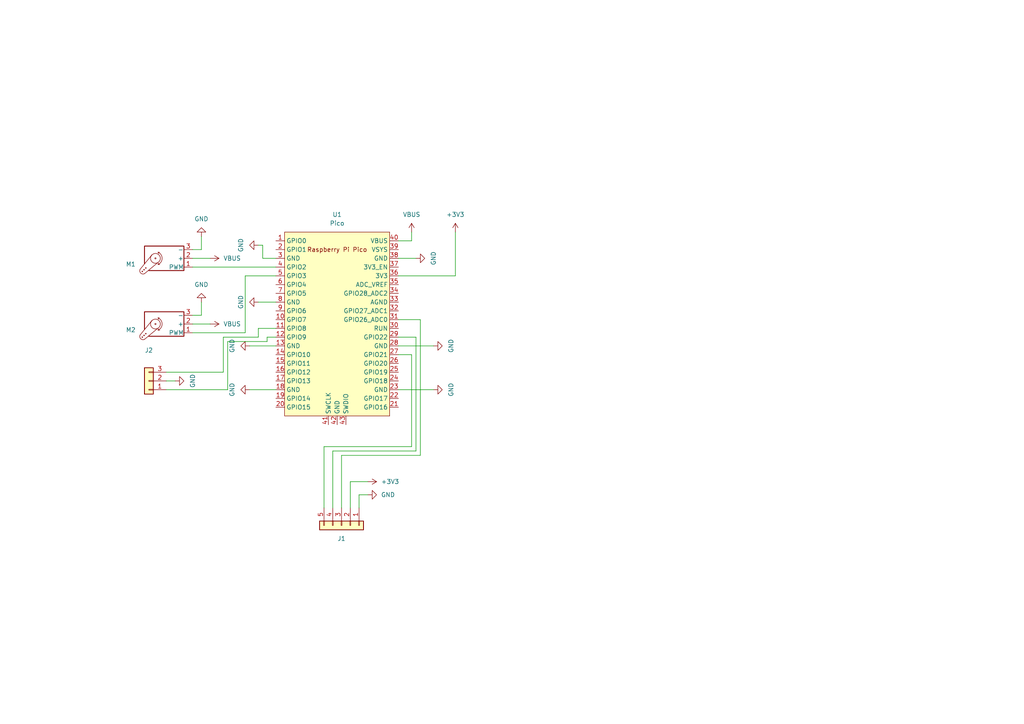
<source format=kicad_sch>
(kicad_sch (version 20211123) (generator eeschema)
  (paper "A4")
  (lib_symbols
    (symbol "Connector_Generic:Conn_01x03" (pin_names (offset 1.016) hide)
      (property "Reference" "J" (at 0 5.08 0))
      (property "Value" "Conn_01x03" (at 0 -5.08 0))
      (symbol "Conn_01x03_1_1"
        (rectangle (start -1.27 -2.413) (end 0 -2.667) (stroke (width 0.1524)))
        (rectangle (start -1.27 0.127) (end 0 -0.127) (stroke (width 0.1524)))
        (rectangle (start -1.27 2.667) (end 0 2.413) (stroke (width 0.1524)))
        (rectangle (start -1.27 3.81) (end 1.27 -3.81) (stroke (width 0.254)) (fill (type background)))
        (pin passive line (at -5.08 2.54 0) (length 3.81) (name "Pin_1") (number "1"))
        (pin passive line (at -5.08 0 0) (length 3.81) (name "Pin_2") (number "2"))
        (pin passive line (at -5.08 -2.54 0) (length 3.81) (name "Pin_3") (number "3"))
      )
    )
    (symbol "Connector_Generic:Conn_01x05" (pin_names (offset 1.016) hide)
      (property "Reference" "J" (at 0 7.62 0))
      (property "Value" "Conn_01x05" (at 0 -7.62 0))
      (symbol "Conn_01x05_1_1"
        (rectangle (start -1.27 -4.953) (end 0 -5.207) (stroke (width 0.1524)))
        (rectangle (start -1.27 -2.413) (end 0 -2.667) (stroke (width 0.1524)))
        (rectangle (start -1.27 0.127) (end 0 -0.127) (stroke (width 0.1524)))
        (rectangle (start -1.27 2.667) (end 0 2.413) (stroke (width 0.1524)))
        (rectangle (start -1.27 5.207) (end 0 4.953) (stroke (width 0.1524)))
        (rectangle (start -1.27 6.35) (end 1.27 -6.35) (stroke (width 0.254)) (fill (type background)))
        (pin passive line (at -5.08 5.08 0) (length 3.81) (name "Pin_1") (number "1"))
        (pin passive line (at -5.08 2.54 0) (length 3.81) (name "Pin_2") (number "2"))
        (pin passive line (at -5.08 0 0) (length 3.81) (name "Pin_3") (number "3"))
        (pin passive line (at -5.08 -2.54 0) (length 3.81) (name "Pin_4") (number "4"))
        (pin passive line (at -5.08 -5.08 0) (length 3.81) (name "Pin_5") (number "5"))
      )
    )
    (symbol "MCU_RaspberryPi_and_Boards:Pico"
      (property "Reference" "U" (at -13.97 27.94 0))
      (property "Value" "Pico" (at 0 19.05 0))
      (symbol "Pico_0_0"
        (text "Raspberry Pi Pico" (at 0 21.59 0) (effects (font (size 1.27 1.27))))
      )
      (symbol "Pico_0_1"
        (rectangle (start -15.24 26.67) (end 15.24 -26.67) (fill (type background)))
      )
      (symbol "Pico_1_1"
        (pin bidirectional line (at -17.78 24.13 0) (length 2.54) (name "GPIO0") (number "1"))
        (pin bidirectional line (at -17.78 1.27 0) (length 2.54) (name "GPIO7") (number "10"))
        (pin bidirectional line (at -17.78 -1.27 0) (length 2.54) (name "GPIO8") (number "11"))
        (pin bidirectional line (at -17.78 -3.81 0) (length 2.54) (name "GPIO9") (number "12"))
        (pin power_in line (at -17.78 -6.35 0) (length 2.54) (name "GND") (number "13"))
        (pin bidirectional line (at -17.78 -8.89 0) (length 2.54) (name "GPIO10") (number "14"))
        (pin bidirectional line (at -17.78 -11.43 0) (length 2.54) (name "GPIO11") (number "15"))
        (pin bidirectional line (at -17.78 -13.97 0) (length 2.54) (name "GPIO12") (number "16"))
        (pin bidirectional line (at -17.78 -16.51 0) (length 2.54) (name "GPIO13") (number "17"))
        (pin power_in line (at -17.78 -19.05 0) (length 2.54) (name "GND") (number "18"))
        (pin bidirectional line (at -17.78 -21.59 0) (length 2.54) (name "GPIO14") (number "19"))
        (pin bidirectional line (at -17.78 21.59 0) (length 2.54) (name "GPIO1") (number "2"))
        (pin bidirectional line (at -17.78 -24.13 0) (length 2.54) (name "GPIO15") (number "20"))
        (pin bidirectional line (at 17.78 -24.13 180) (length 2.54) (name "GPIO16") (number "21"))
        (pin bidirectional line (at 17.78 -21.59 180) (length 2.54) (name "GPIO17") (number "22"))
        (pin power_in line (at 17.78 -19.05 180) (length 2.54) (name "GND") (number "23"))
        (pin bidirectional line (at 17.78 -16.51 180) (length 2.54) (name "GPIO18") (number "24"))
        (pin bidirectional line (at 17.78 -13.97 180) (length 2.54) (name "GPIO19") (number "25"))
        (pin bidirectional line (at 17.78 -11.43 180) (length 2.54) (name "GPIO20") (number "26"))
        (pin bidirectional line (at 17.78 -8.89 180) (length 2.54) (name "GPIO21") (number "27"))
        (pin power_in line (at 17.78 -6.35 180) (length 2.54) (name "GND") (number "28"))
        (pin bidirectional line (at 17.78 -3.81 180) (length 2.54) (name "GPIO22") (number "29"))
        (pin power_in line (at -17.78 19.05 0) (length 2.54) (name "GND") (number "3"))
        (pin input line (at 17.78 -1.27 180) (length 2.54) (name "RUN") (number "30"))
        (pin bidirectional line (at 17.78 1.27 180) (length 2.54) (name "GPIO26_ADC0") (number "31"))
        (pin bidirectional line (at 17.78 3.81 180) (length 2.54) (name "GPIO27_ADC1") (number "32"))
        (pin power_in line (at 17.78 6.35 180) (length 2.54) (name "AGND") (number "33"))
        (pin bidirectional line (at 17.78 8.89 180) (length 2.54) (name "GPIO28_ADC2") (number "34"))
        (pin power_in line (at 17.78 11.43 180) (length 2.54) (name "ADC_VREF") (number "35"))
        (pin power_in line (at 17.78 13.97 180) (length 2.54) (name "3V3") (number "36"))
        (pin input line (at 17.78 16.51 180) (length 2.54) (name "3V3_EN") (number "37"))
        (pin bidirectional line (at 17.78 19.05 180) (length 2.54) (name "GND") (number "38"))
        (pin power_in line (at 17.78 21.59 180) (length 2.54) (name "VSYS") (number "39"))
        (pin bidirectional line (at -17.78 16.51 0) (length 2.54) (name "GPIO2") (number "4"))
        (pin power_in line (at 17.78 24.13 180) (length 2.54) (name "VBUS") (number "40"))
        (pin input line (at -2.54 -29.21 90) (length 2.54) (name "SWCLK") (number "41"))
        (pin power_in line (at 0 -29.21 90) (length 2.54) (name "GND") (number "42"))
        (pin bidirectional line (at 2.54 -29.21 90) (length 2.54) (name "SWDIO") (number "43"))
        (pin bidirectional line (at -17.78 13.97 0) (length 2.54) (name "GPIO3") (number "5"))
        (pin bidirectional line (at -17.78 11.43 0) (length 2.54) (name "GPIO4") (number "6"))
        (pin bidirectional line (at -17.78 8.89 0) (length 2.54) (name "GPIO5") (number "7"))
        (pin power_in line (at -17.78 6.35 0) (length 2.54) (name "GND") (number "8"))
        (pin bidirectional line (at -17.78 3.81 0) (length 2.54) (name "GPIO6") (number "9"))
      )
    )
    (symbol "Motor:Motor_Servo" (pin_names (offset 0.0254))
      (property "Reference" "M" (at -5.08 4.445 0))
      (property "Value" "Motor_Servo" (at -5.08 -4.064 0))
      (symbol "Motor_Servo_0_1"
        (polyline (pts (xy 2.413 -1.778) (xy 2.032 -1.778)))
        (polyline (pts (xy 2.413 -1.778) (xy 2.286 -1.397)))
        (polyline (pts (xy 2.413 1.778) (xy 1.905 1.778)))
        (polyline (pts (xy 2.413 1.778) (xy 2.286 1.397)))
        (polyline (pts (xy 6.35 4.445) (xy 2.54 1.27)))
        (polyline (pts (xy 7.62 3.175) (xy 4.191 -1.016)))
        (polyline (pts (xy 5.08 3.556) (xy -5.08 3.556) (xy -5.08 -3.556) (xy 6.35 -3.556) (xy 6.35 1.524)) (stroke (width 0.254)))
        (arc (start 2.413 1.778) (mid 1.2406 0) (end 2.413 -1.778))
        (circle (center 3.175 0) (radius 0.1778))
        (circle (center 3.175 0) (radius 1.4224))
        (circle (center 5.969 2.794) (radius 0.127))
        (circle (center 6.477 3.302) (radius 0.127))
        (circle (center 6.985 3.81) (radius 0.127))
        (arc (start 7.62 3.175) (mid 7.4485 4.2735) (end 6.35 4.445))
      )
      (symbol "Motor_Servo_1_1"
        (pin passive line (at -7.62 2.54 0) (length 2.54) (name "PWM") (number "1"))
        (pin passive line (at -7.62 0 0) (length 2.54) (name "+") (number "2"))
        (pin passive line (at -7.62 -2.54 0) (length 2.54) (name "-") (number "3"))
      )
    )
    (symbol "power:+3V3" (power) (pin_names (offset 0))
      (property "Value" "+3V3" (at 0 3.556 0))
      (symbol "+3V3_0_1"
        (polyline (pts (xy -0.762 1.27) (xy 0 2.54)))
        (polyline (pts (xy 0 0) (xy 0 2.54)))
        (polyline (pts (xy 0 2.54) (xy 0.762 1.27)))
      )
      (symbol "+3V3_1_1"
        (pin power_in line (at 0 0 90) (length 0) hide (name "+3V3") (number "1"))
      )
    )
    (symbol "power:GND" (power) (pin_names (offset 0))
      (property "Value" "GND" (at 0 -3.81 0))
      (symbol "GND_0_1"
        (polyline (pts (xy 0 0) (xy 0 -1.27) (xy 1.27 -1.27) (xy 0 -2.54) (xy -1.27 -1.27) (xy 0 -1.27)))
      )
      (symbol "GND_1_1"
        (pin power_in line (at 0 0 270) (length 0) hide (name "GND") (number "1"))
      )
    )
    (symbol "power:VBUS" (power) (pin_names (offset 0))
      (property "Value" "VBUS" (at 0 3.81 0))
      (symbol "VBUS_0_1"
        (polyline (pts (xy -0.762 1.27) (xy 0 2.54)))
        (polyline (pts (xy 0 0) (xy 0 2.54)))
        (polyline (pts (xy 0 2.54) (xy 0.762 1.27)))
      )
      (symbol "VBUS_1_1"
        (pin power_in line (at 0 0 90) (length 0) hide (name "VBUS") (number "1"))
      )
    )
  )
  (wire (pts (xy 74.93 97.79) (xy 74.93 95.25)))
  (wire (pts (xy 74.93 95.25) (xy 80.01 95.25)))
  (wire (pts (xy 74.93 71.12) (xy 76.2 71.12)))
  (wire (pts (xy 72.39 100.33) (xy 80.01 100.33)))
  (wire (pts (xy 55.88 96.52) (xy 71.12 96.52)))
  (wire (pts (xy 48.26 107.95) (xy 64.77 107.95)))
  (wire (pts (xy 99.06 147.32) (xy 99.06 132.08)))
  (wire (pts (xy 121.92 92.71) (xy 115.57 92.71)))
  (wire (pts (xy 66.04 113.03) (xy 66.04 99.06)))
  (wire (pts (xy 60.96 93.98) (xy 55.88 93.98)))
  (wire (pts (xy 74.93 87.63) (xy 80.01 87.63)))
  (wire (pts (xy 64.77 97.79) (xy 74.93 97.79)))
  (wire (pts (xy 58.42 72.39) (xy 58.42 68.58)))
  (wire (pts (xy 115.57 74.93) (xy 120.65 74.93)))
  (wire (pts (xy 121.92 132.08) (xy 121.92 92.71)))
  (wire (pts (xy 48.26 113.03) (xy 66.04 113.03)))
  (wire (pts (xy 76.2 71.12) (xy 76.2 74.93)))
  (wire (pts (xy 104.14 143.51) (xy 104.14 147.32)))
  (wire (pts (xy 58.42 91.44) (xy 58.42 87.63)))
  (wire (pts (xy 93.98 147.32) (xy 93.98 129.54)))
  (wire (pts (xy 132.08 80.01) (xy 115.57 80.01)))
  (wire (pts (xy 55.88 72.39) (xy 58.42 72.39)))
  (wire (pts (xy 96.52 147.32) (xy 96.52 130.81)))
  (wire (pts (xy 132.08 67.31) (xy 132.08 80.01)))
  (wire (pts (xy 60.96 74.93) (xy 55.88 74.93)))
  (wire (pts (xy 76.2 74.93) (xy 80.01 74.93)))
  (wire (pts (xy 106.68 143.51) (xy 104.14 143.51)))
  (wire (pts (xy 71.12 96.52) (xy 71.12 80.01)))
  (wire (pts (xy 115.57 100.33) (xy 125.73 100.33)))
  (wire (pts (xy 48.26 110.49) (xy 50.8 110.49)))
  (wire (pts (xy 55.88 91.44) (xy 58.42 91.44)))
  (wire (pts (xy 115.57 69.85) (xy 119.38 69.85)))
  (wire (pts (xy 120.65 130.81) (xy 120.65 97.79)))
  (wire (pts (xy 120.65 97.79) (xy 115.57 97.79)))
  (wire (pts (xy 96.52 130.81) (xy 120.65 130.81)))
  (wire (pts (xy 101.6 139.7) (xy 101.6 147.32)))
  (wire (pts (xy 66.04 99.06) (xy 77.47 99.06)))
  (wire (pts (xy 72.39 113.03) (xy 80.01 113.03)))
  (wire (pts (xy 77.47 97.79) (xy 80.01 97.79)))
  (wire (pts (xy 119.38 129.54) (xy 119.38 102.87)))
  (wire (pts (xy 106.68 139.7) (xy 101.6 139.7)))
  (wire (pts (xy 71.12 80.01) (xy 80.01 80.01)))
  (wire (pts (xy 115.57 113.03) (xy 125.73 113.03)))
  (wire (pts (xy 119.38 69.85) (xy 119.38 67.31)))
  (wire (pts (xy 64.77 107.95) (xy 64.77 97.79)))
  (wire (pts (xy 55.88 77.47) (xy 80.01 77.47)))
  (wire (pts (xy 99.06 132.08) (xy 121.92 132.08)))
  (wire (pts (xy 93.98 129.54) (xy 119.38 129.54)))
  (wire (pts (xy 77.47 99.06) (xy 77.47 97.79)))
  (wire (pts (xy 115.57 102.87) (xy 119.38 102.87)))
  (symbol (lib_id "power:+3V3") (at 106.68 139.7 270) (unit 1)
    (property "Reference" "#PWR05" (effects hide))
    (property "Value" "+3V3" (at 110.49 139.6999 90) (effects (justify left)))
  )
  (symbol (lib_id "power:+3V3") (at 132.08 67.31 0) (unit 1)
    (property "Reference" "#PWR08" (effects hide))
    (property "Value" "+3V3" (at 132.08 62.23 0))
  )
  (symbol (lib_id "power:GND") (at 106.68 143.51 90) (unit 1)
    (property "Reference" "#PWR06" (effects hide))
    (property "Value" "GND" (at 110.49 143.5099 90) (effects (justify right)))
  )
  (symbol (lib_id "power:GND") (at 58.42 68.58 180) (unit 1)
    (property "Reference" "#PWR01" (effects hide))
    (property "Value" "GND" (at 58.42 63.5 0))
  )
  (symbol (lib_id "Motor:Motor_Servo") (at 48.26 93.98 180) (unit 1)
    (property "Reference" "M2" (at 39.37 95.6835 0) (effects (justify left)))
    (property "Value" "Motor_Servo" (effects hide))
    (property "Footprint" "Connector_PinHeader_2.54mm:PinHeader_1x03_P2.54mm_Vertical" (effects hide))
    (property "Datasheet" "http://forums.parallax.com/uploads/attachments/46831/74481.png" (effects hide))
  )
  (symbol (lib_id "Connector_Generic:Conn_01x03") (at 43.18 110.49 180) (unit 1)
    (property "Reference" "J2" (at 43.18 101.6 0))
    (property "Value" "Conn_01x03" (effects hide))
    (property "Footprint" "Connector:Banana_Jack_3Pin" (effects hide))
  )
  (symbol (lib_id "Connector_Generic:Conn_01x05") (at 99.06 152.4 270) (unit 1)
    (property "Reference" "J1" (at 99.06 156.21 90))
    (property "Value" "Conn_01x05" (effects hide))
    (property "Footprint" "Connector_PinSocket_2.54mm:PinSocket_1x05_P2.54mm_Horizontal" (effects hide))
  )
  (symbol (lib_id "power:GND") (at 50.8 110.49 90) (unit 1)
    (property "Reference" "#PWR0107" (effects hide))
    (property "Value" "GND" (at 55.88 110.49 0))
  )
  (symbol (lib_id "MCU_RaspberryPi_and_Boards:Pico") (at 97.79 93.98 0) (unit 1)
    (property "Reference" "U1" (at 97.79 62.23 0))
    (property "Value" "Pico" (at 97.79 64.77 0))
    (property "Footprint" "MCU_RaspberryPi_and_Boards:RPi_Pico_SMD_TH" (effects hide))
  )
  (symbol (lib_id "power:VBUS") (at 60.96 74.93 270) (unit 1)
    (property "Reference" "#PWR03" (effects hide))
    (property "Value" "VBUS" (at 64.77 74.9301 90) (effects (justify left)))
  )
  (symbol (lib_id "power:GND") (at 72.39 113.03 270) (unit 1)
    (property "Reference" "#PWR0103" (effects hide))
    (property "Value" "GND" (at 67.31 113.03 0))
  )
  (symbol (lib_id "Motor:Motor_Servo") (at 48.26 74.93 180) (unit 1)
    (property "Reference" "M1" (at 39.37 76.6335 0) (effects (justify left)))
    (property "Value" "Motor_Servo" (effects hide))
    (property "Footprint" "Connector_PinHeader_2.54mm:PinHeader_1x03_P2.54mm_Vertical" (effects hide))
    (property "Datasheet" "http://forums.parallax.com/uploads/attachments/46831/74481.png" (effects hide))
  )
  (symbol (lib_id "power:GND") (at 72.39 100.33 270) (unit 1)
    (property "Reference" "#PWR0102" (effects hide))
    (property "Value" "GND" (at 67.31 100.33 0))
  )
  (symbol (lib_id "power:GND") (at 120.65 74.93 90) (unit 1)
    (property "Reference" "#PWR0101" (effects hide))
    (property "Value" "GND" (at 125.73 74.93 0))
  )
  (symbol (lib_id "power:VBUS") (at 119.38 67.31 0) (unit 1)
    (property "Reference" "#PWR07" (effects hide))
    (property "Value" "VBUS" (at 119.38 62.23 0))
  )
  (symbol (lib_id "power:GND") (at 125.73 100.33 90) (unit 1)
    (property "Reference" "#PWR0104" (effects hide))
    (property "Value" "GND" (at 130.81 100.33 0))
  )
  (symbol (lib_id "power:GND") (at 58.42 87.63 180) (unit 1)
    (property "Reference" "#PWR02" (effects hide))
    (property "Value" "GND" (at 58.42 82.55 0))
  )
  (symbol (lib_id "power:VBUS") (at 60.96 93.98 270) (unit 1)
    (property "Reference" "#PWR04" (effects hide))
    (property "Value" "VBUS" (at 64.77 93.9801 90) (effects (justify left)))
  )
  (symbol (lib_id "power:GND") (at 74.93 87.63 270) (unit 1)
    (property "Reference" "#PWR0108" (effects hide))
    (property "Value" "GND" (at 69.85 87.63 0))
  )
  (symbol (lib_id "power:GND") (at 125.73 113.03 90) (unit 1)
    (property "Reference" "#PWR0105" (effects hide))
    (property "Value" "GND" (at 130.81 113.03 0))
  )
  (symbol (lib_id "power:GND") (at 74.93 71.12 270) (unit 1)
    (property "Reference" "#PWR0106" (effects hide))
    (property "Value" "GND" (at 69.85 71.12 0))
  )
)
</source>
